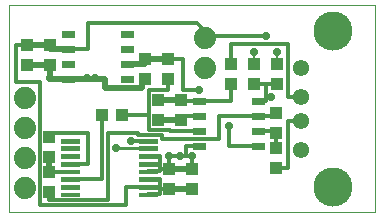
<source format=gtl>
G75*
%MOIN*%
%OFA0B0*%
%FSLAX25Y25*%
%IPPOS*%
%LPD*%
%AMOC8*
5,1,8,0,0,1.08239X$1,22.5*
%
%ADD10C,0.00000*%
%ADD11C,0.00138*%
%ADD12C,0.00217*%
%ADD13C,0.05433*%
%ADD14C,0.13055*%
%ADD15C,0.07400*%
%ADD16R,0.03937X0.04331*%
%ADD17R,0.04331X0.03937*%
%ADD18C,0.01181*%
%ADD19C,0.01969*%
%ADD20C,0.00787*%
%ADD21C,0.02778*%
%ADD22C,0.00984*%
D10*
X0005000Y0005000D02*
X0005000Y0073898D01*
X0127047Y0073898D01*
X0127047Y0005000D01*
X0005000Y0005000D01*
D11*
X0022196Y0010187D02*
X0028356Y0010187D01*
X0022196Y0010187D02*
X0022196Y0011427D01*
X0028356Y0011427D01*
X0028356Y0010187D01*
X0028356Y0010324D02*
X0022196Y0010324D01*
X0022196Y0010461D02*
X0028356Y0010461D01*
X0028356Y0010598D02*
X0022196Y0010598D01*
X0022196Y0010735D02*
X0028356Y0010735D01*
X0028356Y0010872D02*
X0022196Y0010872D01*
X0022196Y0011009D02*
X0028356Y0011009D01*
X0028356Y0011146D02*
X0022196Y0011146D01*
X0022196Y0011283D02*
X0028356Y0011283D01*
X0028356Y0011420D02*
X0022196Y0011420D01*
X0022196Y0012746D02*
X0028356Y0012746D01*
X0022196Y0012746D02*
X0022196Y0013986D01*
X0028356Y0013986D01*
X0028356Y0012746D01*
X0028356Y0012883D02*
X0022196Y0012883D01*
X0022196Y0013020D02*
X0028356Y0013020D01*
X0028356Y0013157D02*
X0022196Y0013157D01*
X0022196Y0013294D02*
X0028356Y0013294D01*
X0028356Y0013431D02*
X0022196Y0013431D01*
X0022196Y0013568D02*
X0028356Y0013568D01*
X0028356Y0013705D02*
X0022196Y0013705D01*
X0022196Y0013842D02*
X0028356Y0013842D01*
X0028356Y0013979D02*
X0022196Y0013979D01*
X0022196Y0015305D02*
X0028356Y0015305D01*
X0022196Y0015305D02*
X0022196Y0016545D01*
X0028356Y0016545D01*
X0028356Y0015305D01*
X0028356Y0015442D02*
X0022196Y0015442D01*
X0022196Y0015579D02*
X0028356Y0015579D01*
X0028356Y0015716D02*
X0022196Y0015716D01*
X0022196Y0015853D02*
X0028356Y0015853D01*
X0028356Y0015990D02*
X0022196Y0015990D01*
X0022196Y0016127D02*
X0028356Y0016127D01*
X0028356Y0016264D02*
X0022196Y0016264D01*
X0022196Y0016401D02*
X0028356Y0016401D01*
X0028356Y0016538D02*
X0022196Y0016538D01*
X0022196Y0017864D02*
X0028356Y0017864D01*
X0022196Y0017864D02*
X0022196Y0019104D01*
X0028356Y0019104D01*
X0028356Y0017864D01*
X0028356Y0018001D02*
X0022196Y0018001D01*
X0022196Y0018138D02*
X0028356Y0018138D01*
X0028356Y0018275D02*
X0022196Y0018275D01*
X0022196Y0018412D02*
X0028356Y0018412D01*
X0028356Y0018549D02*
X0022196Y0018549D01*
X0022196Y0018686D02*
X0028356Y0018686D01*
X0028356Y0018823D02*
X0022196Y0018823D01*
X0022196Y0018960D02*
X0028356Y0018960D01*
X0028356Y0019097D02*
X0022196Y0019097D01*
X0022196Y0020423D02*
X0028356Y0020423D01*
X0022196Y0020423D02*
X0022196Y0021663D01*
X0028356Y0021663D01*
X0028356Y0020423D01*
X0028356Y0020560D02*
X0022196Y0020560D01*
X0022196Y0020697D02*
X0028356Y0020697D01*
X0028356Y0020834D02*
X0022196Y0020834D01*
X0022196Y0020971D02*
X0028356Y0020971D01*
X0028356Y0021108D02*
X0022196Y0021108D01*
X0022196Y0021245D02*
X0028356Y0021245D01*
X0028356Y0021382D02*
X0022196Y0021382D01*
X0022196Y0021519D02*
X0028356Y0021519D01*
X0028356Y0021656D02*
X0022196Y0021656D01*
X0022196Y0022982D02*
X0028356Y0022982D01*
X0022196Y0022982D02*
X0022196Y0024222D01*
X0028356Y0024222D01*
X0028356Y0022982D01*
X0028356Y0023119D02*
X0022196Y0023119D01*
X0022196Y0023256D02*
X0028356Y0023256D01*
X0028356Y0023393D02*
X0022196Y0023393D01*
X0022196Y0023530D02*
X0028356Y0023530D01*
X0028356Y0023667D02*
X0022196Y0023667D01*
X0022196Y0023804D02*
X0028356Y0023804D01*
X0028356Y0023941D02*
X0022196Y0023941D01*
X0022196Y0024078D02*
X0028356Y0024078D01*
X0028356Y0024215D02*
X0022196Y0024215D01*
X0022196Y0025541D02*
X0028356Y0025541D01*
X0022196Y0025541D02*
X0022196Y0026781D01*
X0028356Y0026781D01*
X0028356Y0025541D01*
X0028356Y0025678D02*
X0022196Y0025678D01*
X0022196Y0025815D02*
X0028356Y0025815D01*
X0028356Y0025952D02*
X0022196Y0025952D01*
X0022196Y0026089D02*
X0028356Y0026089D01*
X0028356Y0026226D02*
X0022196Y0026226D01*
X0022196Y0026363D02*
X0028356Y0026363D01*
X0028356Y0026500D02*
X0022196Y0026500D01*
X0022196Y0026637D02*
X0028356Y0026637D01*
X0028356Y0026774D02*
X0022196Y0026774D01*
X0022196Y0028100D02*
X0028356Y0028100D01*
X0022196Y0028100D02*
X0022196Y0029340D01*
X0028356Y0029340D01*
X0028356Y0028100D01*
X0028356Y0028237D02*
X0022196Y0028237D01*
X0022196Y0028374D02*
X0028356Y0028374D01*
X0028356Y0028511D02*
X0022196Y0028511D01*
X0022196Y0028648D02*
X0028356Y0028648D01*
X0028356Y0028785D02*
X0022196Y0028785D01*
X0022196Y0028922D02*
X0028356Y0028922D01*
X0028356Y0029059D02*
X0022196Y0029059D01*
X0022196Y0029196D02*
X0028356Y0029196D01*
X0028356Y0029333D02*
X0022196Y0029333D01*
X0048180Y0028100D02*
X0054340Y0028100D01*
X0048180Y0028100D02*
X0048180Y0029340D01*
X0054340Y0029340D01*
X0054340Y0028100D01*
X0054340Y0028237D02*
X0048180Y0028237D01*
X0048180Y0028374D02*
X0054340Y0028374D01*
X0054340Y0028511D02*
X0048180Y0028511D01*
X0048180Y0028648D02*
X0054340Y0028648D01*
X0054340Y0028785D02*
X0048180Y0028785D01*
X0048180Y0028922D02*
X0054340Y0028922D01*
X0054340Y0029059D02*
X0048180Y0029059D01*
X0048180Y0029196D02*
X0054340Y0029196D01*
X0054340Y0029333D02*
X0048180Y0029333D01*
X0048180Y0025541D02*
X0054340Y0025541D01*
X0048180Y0025541D02*
X0048180Y0026781D01*
X0054340Y0026781D01*
X0054340Y0025541D01*
X0054340Y0025678D02*
X0048180Y0025678D01*
X0048180Y0025815D02*
X0054340Y0025815D01*
X0054340Y0025952D02*
X0048180Y0025952D01*
X0048180Y0026089D02*
X0054340Y0026089D01*
X0054340Y0026226D02*
X0048180Y0026226D01*
X0048180Y0026363D02*
X0054340Y0026363D01*
X0054340Y0026500D02*
X0048180Y0026500D01*
X0048180Y0026637D02*
X0054340Y0026637D01*
X0054340Y0026774D02*
X0048180Y0026774D01*
X0048180Y0022982D02*
X0054340Y0022982D01*
X0048180Y0022982D02*
X0048180Y0024222D01*
X0054340Y0024222D01*
X0054340Y0022982D01*
X0054340Y0023119D02*
X0048180Y0023119D01*
X0048180Y0023256D02*
X0054340Y0023256D01*
X0054340Y0023393D02*
X0048180Y0023393D01*
X0048180Y0023530D02*
X0054340Y0023530D01*
X0054340Y0023667D02*
X0048180Y0023667D01*
X0048180Y0023804D02*
X0054340Y0023804D01*
X0054340Y0023941D02*
X0048180Y0023941D01*
X0048180Y0024078D02*
X0054340Y0024078D01*
X0054340Y0024215D02*
X0048180Y0024215D01*
X0048180Y0020423D02*
X0054340Y0020423D01*
X0048180Y0020423D02*
X0048180Y0021663D01*
X0054340Y0021663D01*
X0054340Y0020423D01*
X0054340Y0020560D02*
X0048180Y0020560D01*
X0048180Y0020697D02*
X0054340Y0020697D01*
X0054340Y0020834D02*
X0048180Y0020834D01*
X0048180Y0020971D02*
X0054340Y0020971D01*
X0054340Y0021108D02*
X0048180Y0021108D01*
X0048180Y0021245D02*
X0054340Y0021245D01*
X0054340Y0021382D02*
X0048180Y0021382D01*
X0048180Y0021519D02*
X0054340Y0021519D01*
X0054340Y0021656D02*
X0048180Y0021656D01*
X0048180Y0017864D02*
X0054340Y0017864D01*
X0048180Y0017864D02*
X0048180Y0019104D01*
X0054340Y0019104D01*
X0054340Y0017864D01*
X0054340Y0018001D02*
X0048180Y0018001D01*
X0048180Y0018138D02*
X0054340Y0018138D01*
X0054340Y0018275D02*
X0048180Y0018275D01*
X0048180Y0018412D02*
X0054340Y0018412D01*
X0054340Y0018549D02*
X0048180Y0018549D01*
X0048180Y0018686D02*
X0054340Y0018686D01*
X0054340Y0018823D02*
X0048180Y0018823D01*
X0048180Y0018960D02*
X0054340Y0018960D01*
X0054340Y0019097D02*
X0048180Y0019097D01*
X0048180Y0015305D02*
X0054340Y0015305D01*
X0048180Y0015305D02*
X0048180Y0016545D01*
X0054340Y0016545D01*
X0054340Y0015305D01*
X0054340Y0015442D02*
X0048180Y0015442D01*
X0048180Y0015579D02*
X0054340Y0015579D01*
X0054340Y0015716D02*
X0048180Y0015716D01*
X0048180Y0015853D02*
X0054340Y0015853D01*
X0054340Y0015990D02*
X0048180Y0015990D01*
X0048180Y0016127D02*
X0054340Y0016127D01*
X0054340Y0016264D02*
X0048180Y0016264D01*
X0048180Y0016401D02*
X0054340Y0016401D01*
X0054340Y0016538D02*
X0048180Y0016538D01*
X0048180Y0012746D02*
X0054340Y0012746D01*
X0048180Y0012746D02*
X0048180Y0013986D01*
X0054340Y0013986D01*
X0054340Y0012746D01*
X0054340Y0012883D02*
X0048180Y0012883D01*
X0048180Y0013020D02*
X0054340Y0013020D01*
X0054340Y0013157D02*
X0048180Y0013157D01*
X0048180Y0013294D02*
X0054340Y0013294D01*
X0054340Y0013431D02*
X0048180Y0013431D01*
X0048180Y0013568D02*
X0054340Y0013568D01*
X0054340Y0013705D02*
X0048180Y0013705D01*
X0048180Y0013842D02*
X0054340Y0013842D01*
X0054340Y0013979D02*
X0048180Y0013979D01*
X0048180Y0010187D02*
X0054340Y0010187D01*
X0048180Y0010187D02*
X0048180Y0011427D01*
X0054340Y0011427D01*
X0054340Y0010187D01*
X0054340Y0010324D02*
X0048180Y0010324D01*
X0048180Y0010461D02*
X0054340Y0010461D01*
X0054340Y0010598D02*
X0048180Y0010598D01*
X0048180Y0010735D02*
X0054340Y0010735D01*
X0054340Y0010872D02*
X0048180Y0010872D01*
X0048180Y0011009D02*
X0054340Y0011009D01*
X0054340Y0011146D02*
X0048180Y0011146D01*
X0048180Y0011283D02*
X0054340Y0011283D01*
X0054340Y0011420D02*
X0048180Y0011420D01*
D12*
X0066132Y0026054D02*
X0070246Y0026054D01*
X0066132Y0026054D02*
X0066132Y0028002D01*
X0070246Y0028002D01*
X0070246Y0026054D01*
X0070246Y0026270D02*
X0066132Y0026270D01*
X0066132Y0026486D02*
X0070246Y0026486D01*
X0070246Y0026702D02*
X0066132Y0026702D01*
X0066132Y0026918D02*
X0070246Y0026918D01*
X0070246Y0027134D02*
X0066132Y0027134D01*
X0066132Y0027350D02*
X0070246Y0027350D01*
X0070246Y0027566D02*
X0066132Y0027566D01*
X0066132Y0027782D02*
X0070246Y0027782D01*
X0070246Y0027998D02*
X0066132Y0027998D01*
X0066132Y0031054D02*
X0070246Y0031054D01*
X0066132Y0031054D02*
X0066132Y0033002D01*
X0070246Y0033002D01*
X0070246Y0031054D01*
X0070246Y0031270D02*
X0066132Y0031270D01*
X0066132Y0031486D02*
X0070246Y0031486D01*
X0070246Y0031702D02*
X0066132Y0031702D01*
X0066132Y0031918D02*
X0070246Y0031918D01*
X0070246Y0032134D02*
X0066132Y0032134D01*
X0066132Y0032350D02*
X0070246Y0032350D01*
X0070246Y0032566D02*
X0066132Y0032566D01*
X0066132Y0032782D02*
X0070246Y0032782D01*
X0070246Y0032998D02*
X0066132Y0032998D01*
X0066132Y0036054D02*
X0070246Y0036054D01*
X0066132Y0036054D02*
X0066132Y0038002D01*
X0070246Y0038002D01*
X0070246Y0036054D01*
X0070246Y0036270D02*
X0066132Y0036270D01*
X0066132Y0036486D02*
X0070246Y0036486D01*
X0070246Y0036702D02*
X0066132Y0036702D01*
X0066132Y0036918D02*
X0070246Y0036918D01*
X0070246Y0037134D02*
X0066132Y0037134D01*
X0066132Y0037350D02*
X0070246Y0037350D01*
X0070246Y0037566D02*
X0066132Y0037566D01*
X0066132Y0037782D02*
X0070246Y0037782D01*
X0070246Y0037998D02*
X0066132Y0037998D01*
X0066132Y0041054D02*
X0070246Y0041054D01*
X0066132Y0041054D02*
X0066132Y0043002D01*
X0070246Y0043002D01*
X0070246Y0041054D01*
X0070246Y0041270D02*
X0066132Y0041270D01*
X0066132Y0041486D02*
X0070246Y0041486D01*
X0070246Y0041702D02*
X0066132Y0041702D01*
X0066132Y0041918D02*
X0070246Y0041918D01*
X0070246Y0042134D02*
X0066132Y0042134D01*
X0066132Y0042350D02*
X0070246Y0042350D01*
X0070246Y0042566D02*
X0066132Y0042566D01*
X0066132Y0042782D02*
X0070246Y0042782D01*
X0070246Y0042998D02*
X0066132Y0042998D01*
X0085817Y0041054D02*
X0089931Y0041054D01*
X0085817Y0041054D02*
X0085817Y0043002D01*
X0089931Y0043002D01*
X0089931Y0041054D01*
X0089931Y0041270D02*
X0085817Y0041270D01*
X0085817Y0041486D02*
X0089931Y0041486D01*
X0089931Y0041702D02*
X0085817Y0041702D01*
X0085817Y0041918D02*
X0089931Y0041918D01*
X0089931Y0042134D02*
X0085817Y0042134D01*
X0085817Y0042350D02*
X0089931Y0042350D01*
X0089931Y0042566D02*
X0085817Y0042566D01*
X0085817Y0042782D02*
X0089931Y0042782D01*
X0089931Y0042998D02*
X0085817Y0042998D01*
X0085817Y0036054D02*
X0089931Y0036054D01*
X0085817Y0036054D02*
X0085817Y0038002D01*
X0089931Y0038002D01*
X0089931Y0036054D01*
X0089931Y0036270D02*
X0085817Y0036270D01*
X0085817Y0036486D02*
X0089931Y0036486D01*
X0089931Y0036702D02*
X0085817Y0036702D01*
X0085817Y0036918D02*
X0089931Y0036918D01*
X0089931Y0037134D02*
X0085817Y0037134D01*
X0085817Y0037350D02*
X0089931Y0037350D01*
X0089931Y0037566D02*
X0085817Y0037566D01*
X0085817Y0037782D02*
X0089931Y0037782D01*
X0089931Y0037998D02*
X0085817Y0037998D01*
X0085817Y0031054D02*
X0089931Y0031054D01*
X0085817Y0031054D02*
X0085817Y0033002D01*
X0089931Y0033002D01*
X0089931Y0031054D01*
X0089931Y0031270D02*
X0085817Y0031270D01*
X0085817Y0031486D02*
X0089931Y0031486D01*
X0089931Y0031702D02*
X0085817Y0031702D01*
X0085817Y0031918D02*
X0089931Y0031918D01*
X0089931Y0032134D02*
X0085817Y0032134D01*
X0085817Y0032350D02*
X0089931Y0032350D01*
X0089931Y0032566D02*
X0085817Y0032566D01*
X0085817Y0032782D02*
X0089931Y0032782D01*
X0089931Y0032998D02*
X0085817Y0032998D01*
X0085817Y0026054D02*
X0089931Y0026054D01*
X0085817Y0026054D02*
X0085817Y0028002D01*
X0089931Y0028002D01*
X0089931Y0026054D01*
X0089931Y0026270D02*
X0085817Y0026270D01*
X0085817Y0026486D02*
X0089931Y0026486D01*
X0089931Y0026702D02*
X0085817Y0026702D01*
X0085817Y0026918D02*
X0089931Y0026918D01*
X0089931Y0027134D02*
X0085817Y0027134D01*
X0085817Y0027350D02*
X0089931Y0027350D01*
X0089931Y0027566D02*
X0085817Y0027566D01*
X0085817Y0027782D02*
X0089931Y0027782D01*
X0089931Y0027998D02*
X0085817Y0027998D01*
X0046427Y0048298D02*
X0042313Y0048298D01*
X0042313Y0050246D01*
X0046427Y0050246D01*
X0046427Y0048298D01*
X0046427Y0048514D02*
X0042313Y0048514D01*
X0042313Y0048730D02*
X0046427Y0048730D01*
X0046427Y0048946D02*
X0042313Y0048946D01*
X0042313Y0049162D02*
X0046427Y0049162D01*
X0046427Y0049378D02*
X0042313Y0049378D01*
X0042313Y0049594D02*
X0046427Y0049594D01*
X0046427Y0049810D02*
X0042313Y0049810D01*
X0042313Y0050026D02*
X0046427Y0050026D01*
X0046427Y0050242D02*
X0042313Y0050242D01*
X0042313Y0053298D02*
X0046427Y0053298D01*
X0042313Y0053298D02*
X0042313Y0055246D01*
X0046427Y0055246D01*
X0046427Y0053298D01*
X0046427Y0053514D02*
X0042313Y0053514D01*
X0042313Y0053730D02*
X0046427Y0053730D01*
X0046427Y0053946D02*
X0042313Y0053946D01*
X0042313Y0054162D02*
X0046427Y0054162D01*
X0046427Y0054378D02*
X0042313Y0054378D01*
X0042313Y0054594D02*
X0046427Y0054594D01*
X0046427Y0054810D02*
X0042313Y0054810D01*
X0042313Y0055026D02*
X0046427Y0055026D01*
X0046427Y0055242D02*
X0042313Y0055242D01*
X0042313Y0058298D02*
X0046427Y0058298D01*
X0042313Y0058298D02*
X0042313Y0060246D01*
X0046427Y0060246D01*
X0046427Y0058298D01*
X0046427Y0058514D02*
X0042313Y0058514D01*
X0042313Y0058730D02*
X0046427Y0058730D01*
X0046427Y0058946D02*
X0042313Y0058946D01*
X0042313Y0059162D02*
X0046427Y0059162D01*
X0046427Y0059378D02*
X0042313Y0059378D01*
X0042313Y0059594D02*
X0046427Y0059594D01*
X0046427Y0059810D02*
X0042313Y0059810D01*
X0042313Y0060026D02*
X0046427Y0060026D01*
X0046427Y0060242D02*
X0042313Y0060242D01*
X0042313Y0063298D02*
X0046427Y0063298D01*
X0042313Y0063298D02*
X0042313Y0065246D01*
X0046427Y0065246D01*
X0046427Y0063298D01*
X0046427Y0063514D02*
X0042313Y0063514D01*
X0042313Y0063730D02*
X0046427Y0063730D01*
X0046427Y0063946D02*
X0042313Y0063946D01*
X0042313Y0064162D02*
X0046427Y0064162D01*
X0046427Y0064378D02*
X0042313Y0064378D01*
X0042313Y0064594D02*
X0046427Y0064594D01*
X0046427Y0064810D02*
X0042313Y0064810D01*
X0042313Y0065026D02*
X0046427Y0065026D01*
X0046427Y0065242D02*
X0042313Y0065242D01*
X0026742Y0063298D02*
X0022628Y0063298D01*
X0022628Y0065246D01*
X0026742Y0065246D01*
X0026742Y0063298D01*
X0026742Y0063514D02*
X0022628Y0063514D01*
X0022628Y0063730D02*
X0026742Y0063730D01*
X0026742Y0063946D02*
X0022628Y0063946D01*
X0022628Y0064162D02*
X0026742Y0064162D01*
X0026742Y0064378D02*
X0022628Y0064378D01*
X0022628Y0064594D02*
X0026742Y0064594D01*
X0026742Y0064810D02*
X0022628Y0064810D01*
X0022628Y0065026D02*
X0026742Y0065026D01*
X0026742Y0065242D02*
X0022628Y0065242D01*
X0022628Y0058298D02*
X0026742Y0058298D01*
X0022628Y0058298D02*
X0022628Y0060246D01*
X0026742Y0060246D01*
X0026742Y0058298D01*
X0026742Y0058514D02*
X0022628Y0058514D01*
X0022628Y0058730D02*
X0026742Y0058730D01*
X0026742Y0058946D02*
X0022628Y0058946D01*
X0022628Y0059162D02*
X0026742Y0059162D01*
X0026742Y0059378D02*
X0022628Y0059378D01*
X0022628Y0059594D02*
X0026742Y0059594D01*
X0026742Y0059810D02*
X0022628Y0059810D01*
X0022628Y0060026D02*
X0026742Y0060026D01*
X0026742Y0060242D02*
X0022628Y0060242D01*
X0022628Y0053298D02*
X0026742Y0053298D01*
X0022628Y0053298D02*
X0022628Y0055246D01*
X0026742Y0055246D01*
X0026742Y0053298D01*
X0026742Y0053514D02*
X0022628Y0053514D01*
X0022628Y0053730D02*
X0026742Y0053730D01*
X0026742Y0053946D02*
X0022628Y0053946D01*
X0022628Y0054162D02*
X0026742Y0054162D01*
X0026742Y0054378D02*
X0022628Y0054378D01*
X0022628Y0054594D02*
X0026742Y0054594D01*
X0026742Y0054810D02*
X0022628Y0054810D01*
X0022628Y0055026D02*
X0026742Y0055026D01*
X0026742Y0055242D02*
X0022628Y0055242D01*
X0022628Y0048298D02*
X0026742Y0048298D01*
X0022628Y0048298D02*
X0022628Y0050246D01*
X0026742Y0050246D01*
X0026742Y0048298D01*
X0026742Y0048514D02*
X0022628Y0048514D01*
X0022628Y0048730D02*
X0026742Y0048730D01*
X0026742Y0048946D02*
X0022628Y0048946D01*
X0022628Y0049162D02*
X0026742Y0049162D01*
X0026742Y0049378D02*
X0022628Y0049378D01*
X0022628Y0049594D02*
X0026742Y0049594D01*
X0026742Y0049810D02*
X0022628Y0049810D01*
X0022628Y0050026D02*
X0026742Y0050026D01*
X0026742Y0050242D02*
X0022628Y0050242D01*
D13*
X0102205Y0053031D03*
X0102205Y0043189D03*
X0102205Y0035315D03*
X0102205Y0025472D03*
D14*
X0112874Y0013386D03*
X0112874Y0065118D03*
D15*
X0070315Y0062874D03*
X0070315Y0052874D03*
X0010315Y0042874D03*
X0010315Y0032874D03*
X0010315Y0022874D03*
X0010315Y0012874D03*
D16*
X0018386Y0011693D03*
X0018386Y0018386D03*
X0018386Y0023307D03*
X0018386Y0030000D03*
X0054606Y0035709D03*
X0062283Y0035709D03*
X0062283Y0042402D03*
X0054606Y0042402D03*
X0057953Y0049291D03*
X0050276Y0049291D03*
X0050276Y0055984D03*
X0057953Y0055984D03*
X0079016Y0054213D03*
X0086693Y0054213D03*
X0094370Y0054213D03*
X0094370Y0047520D03*
X0086693Y0047520D03*
X0079016Y0047520D03*
X0093976Y0037874D03*
X0093976Y0031181D03*
X0093976Y0026260D03*
X0093976Y0019567D03*
X0066024Y0019173D03*
X0058346Y0019173D03*
X0058346Y0012480D03*
X0066024Y0012480D03*
X0018583Y0053819D03*
X0010906Y0053819D03*
X0010906Y0060512D03*
X0018583Y0060512D03*
D17*
X0035906Y0037283D03*
X0042598Y0037283D03*
D18*
X0051457Y0037283D01*
X0051457Y0032362D01*
X0058543Y0032362D01*
X0058543Y0031969D01*
X0068189Y0031969D01*
X0075079Y0029409D02*
X0075079Y0036988D01*
X0087874Y0036988D01*
X0093976Y0036988D01*
X0093976Y0037874D01*
X0098110Y0035315D02*
X0098110Y0019567D01*
X0093976Y0019567D01*
X0093976Y0026260D02*
X0093976Y0031181D01*
X0093976Y0032067D01*
X0087874Y0032067D01*
X0087874Y0027047D02*
X0078228Y0027047D01*
X0078228Y0033740D01*
X0075079Y0029409D02*
X0055787Y0029409D01*
X0055787Y0030591D01*
X0048110Y0030591D01*
X0048110Y0031378D01*
X0037874Y0031378D01*
X0037874Y0008937D01*
X0018386Y0008937D01*
X0018386Y0011693D01*
X0015236Y0007165D02*
X0043780Y0007165D01*
X0043780Y0013366D01*
X0051260Y0013366D01*
X0055394Y0013366D01*
X0055394Y0012480D02*
X0055394Y0010807D01*
X0051260Y0010807D01*
X0055394Y0012480D02*
X0058346Y0012480D01*
X0055394Y0012480D02*
X0055394Y0015925D01*
X0051260Y0015925D01*
X0051260Y0018484D02*
X0055394Y0018484D01*
X0055394Y0019173D02*
X0058346Y0019173D01*
X0058346Y0023504D01*
X0062087Y0023504D01*
X0064055Y0023504D01*
X0064055Y0027047D01*
X0068189Y0027047D01*
X0066024Y0023504D02*
X0064055Y0023504D01*
X0066024Y0023504D02*
X0066024Y0019173D01*
X0055394Y0019173D02*
X0055394Y0021043D01*
X0051260Y0021043D01*
X0055394Y0021043D02*
X0055394Y0023602D01*
X0051260Y0023602D01*
X0051260Y0028720D02*
X0045748Y0028720D01*
X0031181Y0031181D02*
X0031181Y0021043D01*
X0025276Y0021043D01*
X0025177Y0018386D02*
X0018386Y0018386D01*
X0025276Y0015925D02*
X0035906Y0015925D01*
X0035906Y0037283D01*
X0031181Y0031181D02*
X0018386Y0031181D01*
X0018386Y0030000D01*
X0051457Y0037283D02*
X0051457Y0045748D01*
X0057953Y0045748D01*
X0057953Y0049291D01*
X0063071Y0045748D02*
X0068189Y0045748D01*
X0063071Y0045748D02*
X0063071Y0055984D01*
X0057953Y0055984D01*
X0070315Y0062874D02*
X0070315Y0063661D01*
X0090630Y0063661D01*
X0098110Y0060906D02*
X0098110Y0043189D01*
X0102244Y0043189D01*
X0094370Y0047520D02*
X0090630Y0047520D01*
X0090630Y0043189D01*
X0092205Y0043189D01*
X0090630Y0043189D02*
X0090630Y0042008D01*
X0087874Y0042008D01*
X0079016Y0042008D02*
X0068189Y0042008D01*
X0062283Y0042008D01*
X0062283Y0042402D01*
X0062283Y0036988D02*
X0068189Y0036988D01*
X0062283Y0036988D02*
X0062283Y0035709D01*
X0079016Y0042008D02*
X0079016Y0047520D01*
X0086693Y0047520D02*
X0090630Y0047520D01*
X0079016Y0054213D02*
X0079016Y0060906D01*
X0098110Y0060906D01*
X0070315Y0063661D02*
X0070315Y0065236D01*
X0067598Y0067795D01*
X0031181Y0067795D01*
X0031181Y0059232D01*
X0024685Y0059232D01*
X0014646Y0060512D02*
X0007362Y0060512D01*
X0007362Y0048110D01*
X0015236Y0048110D01*
X0015236Y0007165D01*
X0098110Y0035315D02*
X0102244Y0035315D01*
D19*
X0066024Y0019173D02*
X0058346Y0019173D01*
X0058346Y0012480D02*
X0066024Y0012480D01*
X0062283Y0035709D02*
X0054606Y0035709D01*
X0054606Y0042402D02*
X0062283Y0042402D01*
X0049291Y0046339D02*
X0049291Y0048898D01*
X0050276Y0049291D01*
X0049291Y0046339D02*
X0037087Y0046339D01*
X0037087Y0049291D01*
X0024685Y0049291D01*
X0018583Y0049291D01*
X0018583Y0053819D01*
X0010906Y0053819D01*
X0018583Y0059232D02*
X0024685Y0059232D01*
X0018583Y0059232D02*
X0018583Y0060512D01*
X0014646Y0060512D01*
X0010906Y0060512D01*
X0044370Y0054311D02*
X0050276Y0054311D01*
X0050276Y0055984D02*
X0057953Y0055984D01*
X0018386Y0023307D02*
X0018386Y0018386D01*
D20*
X0025177Y0018386D02*
X0025276Y0018484D01*
X0055394Y0018484D02*
X0055394Y0019173D01*
X0054606Y0035709D02*
X0054606Y0036201D01*
X0037087Y0049291D02*
X0037087Y0049488D01*
X0033740Y0049488D01*
X0050276Y0054311D02*
X0050276Y0055984D01*
X0086693Y0054213D02*
X0086693Y0058150D01*
X0094370Y0058150D02*
X0094370Y0054213D01*
X0094370Y0047520D02*
X0094370Y0046339D01*
X0093976Y0038858D02*
X0093976Y0037874D01*
D21*
X0092205Y0043189D03*
X0078228Y0033740D03*
X0066024Y0023504D03*
X0062087Y0023504D03*
X0058346Y0023504D03*
X0045748Y0028720D03*
X0040630Y0026161D03*
X0068189Y0045748D03*
X0086693Y0058150D03*
X0094370Y0058150D03*
X0090630Y0063661D03*
X0033740Y0049488D03*
X0030787Y0049488D03*
X0018583Y0049488D03*
D22*
X0040630Y0026161D02*
X0051260Y0026161D01*
M02*

</source>
